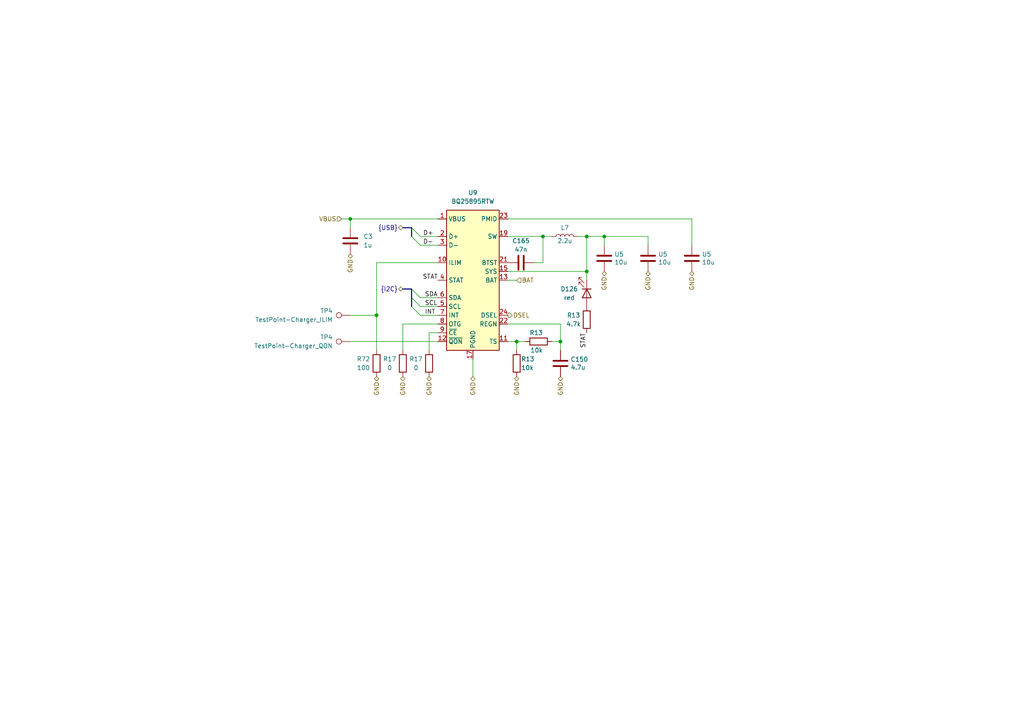
<source format=kicad_sch>
(kicad_sch (version 20230121) (generator eeschema)
  (paper "A4")
  (lib_symbols
    (symbol "Battery_Management:BQ25895RTW"
      (property "Reference" "U" (at -5.08 22.86 0))
      (property "Value" "BQ25895RTW" (at 5.08 22.86 0))
      (symbol "BQ25895RTW_0_1"
        (rectangle (start -7.62 20.32) (end 7.62 -20.32) (stroke (width 0.254)) (fill (type background)))
      )
      (symbol "BQ25895RTW_1_1"
        (pin power_in line (at -10.16 17.78 0) (length 2.54) (name "VBUS") (number "1"))
        (pin passive line (at -10.16 5.08 0) (length 2.54) (name "ILIM") (number "10"))
        (pin passive line (at 10.16 -17.78 180) (length 2.54) (name "TS") (number "11"))
        (pin input line (at -10.16 -17.78 0) (length 2.54) (name "~{QON}") (number "12"))
        (pin passive line (at 10.16 0 180) (length 2.54) (name "BAT") (number "13"))
        (pin passive line (at 10.16 0 180) (length 2.54) hide (name "BAT") (number "14"))
        (pin passive line (at 10.16 2.54 180) (length 2.54) (name "SYS") (number "15"))
        (pin passive line (at 10.16 2.54 180) (length 2.54) hide (name "SYS") (number "16"))
        (pin power_in line (at 0 -22.86 90) (length 2.54) (name "PGND") (number "17"))
        (pin passive line (at 0 -22.86 90) (length 2.54) hide (name "PGND") (number "18"))
        (pin power_out line (at 10.16 12.7 180) (length 2.54) (name "SW") (number "19"))
        (pin bidirectional line (at -10.16 12.7 0) (length 2.54) (name "D+") (number "2"))
        (pin passive line (at 10.16 12.7 180) (length 2.54) hide (name "SW") (number "20"))
        (pin passive line (at 10.16 5.08 180) (length 2.54) (name "BTST") (number "21"))
        (pin passive line (at 10.16 -12.7 180) (length 2.54) (name "REGN") (number "22"))
        (pin power_out line (at 10.16 17.78 180) (length 2.54) (name "PMID") (number "23"))
        (pin open_collector line (at 10.16 -10.16 180) (length 2.54) (name "DSEL") (number "24"))
        (pin passive line (at 0 -22.86 90) (length 2.54) hide (name "PGND") (number "25"))
        (pin bidirectional line (at -10.16 10.16 0) (length 2.54) (name "D-") (number "3"))
        (pin open_collector line (at -10.16 0 0) (length 2.54) (name "STAT") (number "4"))
        (pin input line (at -10.16 -7.62 0) (length 2.54) (name "SCL") (number "5"))
        (pin bidirectional line (at -10.16 -5.08 0) (length 2.54) (name "SDA") (number "6"))
        (pin open_collector line (at -10.16 -10.16 0) (length 2.54) (name "INT") (number "7"))
        (pin input line (at -10.16 -12.7 0) (length 2.54) (name "OTG") (number "8"))
        (pin input line (at -10.16 -15.24 0) (length 2.54) (name "~{CE}") (number "9"))
      )
    )
    (symbol "Connector:TestPoint" (pin_numbers hide) (pin_names (offset 0.762) hide)
      (property "Reference" "TP" (at 0 6.858 0))
      (property "Value" "TestPoint" (at 0 5.08 0))
      (symbol "TestPoint_0_1"
        (circle (center 0 3.302) (radius 0.762))
      )
      (symbol "TestPoint_1_1"
        (pin passive line (at 0 0 90) (length 2.54) (name "1") (number "1"))
      )
    )
    (symbol "Device:C" (pin_numbers hide) (pin_names (offset 0.254))
      (property "Reference" "C" (at 0.635 2.54 0))
      (property "Value" "C" (at 0.635 -2.54 0))
      (symbol "C_0_1"
        (polyline (pts (xy -2.032 -0.762) (xy 2.032 -0.762)) (stroke (width 0.508)))
        (polyline (pts (xy -2.032 0.762) (xy 2.032 0.762)) (stroke (width 0.508)))
      )
      (symbol "C_1_1"
        (pin passive line (at 0 3.81 270) (length 2.794) (name "~") (number "1"))
        (pin passive line (at 0 -3.81 90) (length 2.794) (name "~") (number "2"))
      )
    )
    (symbol "Device:L" (pin_numbers hide) (pin_names (offset 1.016) hide)
      (property "Reference" "L" (at -1.27 0 90))
      (property "Value" "L" (at 1.905 0 90))
      (symbol "L_0_1"
        (arc (start 0 -2.54) (mid 0.6323 -1.905) (end 0 -1.27))
        (arc (start 0 -1.27) (mid 0.6323 -0.635) (end 0 0))
        (arc (start 0 0) (mid 0.6323 0.635) (end 0 1.27))
        (arc (start 0 1.27) (mid 0.6323 1.905) (end 0 2.54))
      )
      (symbol "L_1_1"
        (pin passive line (at 0 3.81 270) (length 1.27) (name "1") (number "1"))
        (pin passive line (at 0 -3.81 90) (length 1.27) (name "2") (number "2"))
      )
    )
    (symbol "Device:LED" (pin_numbers hide) (pin_names (offset 1.016) hide)
      (property "Reference" "D" (at 0 2.54 0))
      (property "Value" "LED" (at 0 -2.54 0))
      (symbol "LED_0_1"
        (polyline (pts (xy -1.27 -1.27) (xy -1.27 1.27)) (stroke (width 0.254)))
        (polyline (pts (xy -1.27 0) (xy 1.27 0)))
        (polyline (pts (xy 1.27 -1.27) (xy 1.27 1.27) (xy -1.27 0) (xy 1.27 -1.27)) (stroke (width 0.254)))
        (polyline (pts (xy -3.048 -0.762) (xy -4.572 -2.286) (xy -3.81 -2.286) (xy -4.572 -2.286) (xy -4.572 -1.524)))
        (polyline (pts (xy -1.778 -0.762) (xy -3.302 -2.286) (xy -2.54 -2.286) (xy -3.302 -2.286) (xy -3.302 -1.524)))
      )
      (symbol "LED_1_1"
        (pin passive line (at -3.81 0 0) (length 2.54) (name "K") (number "1"))
        (pin passive line (at 3.81 0 180) (length 2.54) (name "A") (number "2"))
      )
    )
    (symbol "Device:R" (pin_numbers hide) (pin_names (offset 0))
      (property "Reference" "R" (at 2.032 0 90))
      (property "Value" "R" (at 0 0 90))
      (symbol "R_0_1"
        (rectangle (start -1.016 -2.54) (end 1.016 2.54) (stroke (width 0.254)))
      )
      (symbol "R_1_1"
        (pin passive line (at 0 3.81 270) (length 1.27) (name "~") (number "1"))
        (pin passive line (at 0 -3.81 90) (length 1.27) (name "~") (number "2"))
      )
    )
  )
  (junction (at 149.86 99.06))
  (junction (at 157.48 68.58))
  (junction (at 170.18 68.58))
  (junction (at 175.26 68.58))
  (junction (at 109.22 91.44))
  (junction (at 170.18 78.74))
  (junction (at 101.6 63.5))
  (junction (at 162.56 99.06))
  (bus_entry (at 119.38 86.36) (size 2.54 2.54))
  (bus_entry (at 119.38 83.82) (size 2.54 2.54))
  (bus_entry (at 121.92 68.58) (size -2.54 -2.54))
  (bus_entry (at 119.38 88.9) (size 2.54 2.54))
  (bus_entry (at 121.92 71.12) (size -2.54 -2.54))
  (wire (pts (xy 175.26 68.58) (xy 187.96 68.58)))
  (wire (pts (xy 99.06 63.5) (xy 101.6 63.5)))
  (wire (pts (xy 170.18 68.58) (xy 175.26 68.58)))
  (wire (pts (xy 101.6 63.5) (xy 101.6 66.04)))
  (wire (pts (xy 147.32 78.74) (xy 170.18 78.74)))
  (wire (pts (xy 121.92 86.36) (xy 127 86.36)))
  (wire (pts (xy 200.66 63.5) (xy 200.66 71.12)))
  (wire (pts (xy 147.32 68.58) (xy 157.48 68.58)))
  (wire (pts (xy 167.64 68.58) (xy 170.18 68.58)))
  (wire (pts (xy 149.86 99.06) (xy 152.4 99.06)))
  (bus (pts (xy 119.38 88.9) (xy 119.38 86.36)))
  (wire (pts (xy 137.16 109.22) (xy 137.16 104.14)))
  (wire (pts (xy 160.02 99.06) (xy 162.56 99.06)))
  (wire (pts (xy 101.6 99.06) (xy 127 99.06)))
  (wire (pts (xy 109.22 91.44) (xy 109.22 101.6)))
  (wire (pts (xy 157.48 68.58) (xy 160.02 68.58)))
  (wire (pts (xy 175.26 68.58) (xy 175.26 71.12)))
  (wire (pts (xy 101.6 63.5) (xy 127 63.5)))
  (wire (pts (xy 149.86 101.6) (xy 149.86 99.06)))
  (wire (pts (xy 200.66 63.5) (xy 147.32 63.5)))
  (wire (pts (xy 109.22 76.2) (xy 127 76.2)))
  (wire (pts (xy 157.48 76.2) (xy 157.48 68.58)))
  (wire (pts (xy 101.6 91.44) (xy 109.22 91.44)))
  (bus (pts (xy 116.84 83.82) (xy 119.38 83.82)))
  (wire (pts (xy 162.56 99.06) (xy 162.56 93.98)))
  (wire (pts (xy 162.56 101.6) (xy 162.56 99.06)))
  (wire (pts (xy 147.32 81.28) (xy 149.86 81.28)))
  (wire (pts (xy 154.94 76.2) (xy 157.48 76.2)))
  (wire (pts (xy 170.18 78.74) (xy 170.18 68.58)))
  (wire (pts (xy 170.18 78.74) (xy 170.18 81.28)))
  (wire (pts (xy 109.22 76.2) (xy 109.22 91.44)))
  (wire (pts (xy 116.84 93.98) (xy 127 93.98)))
  (wire (pts (xy 121.92 71.12) (xy 127 71.12)))
  (wire (pts (xy 121.92 91.44) (xy 127 91.44)))
  (wire (pts (xy 116.84 101.6) (xy 116.84 93.98)))
  (bus (pts (xy 119.38 66.04) (xy 116.84 66.04)))
  (wire (pts (xy 162.56 93.98) (xy 147.32 93.98)))
  (wire (pts (xy 124.46 96.52) (xy 127 96.52)))
  (wire (pts (xy 121.92 68.58) (xy 127 68.58)))
  (bus (pts (xy 119.38 86.36) (xy 119.38 83.82)))
  (wire (pts (xy 124.46 101.6) (xy 124.46 96.52)))
  (wire (pts (xy 149.86 99.06) (xy 147.32 99.06)))
  (wire (pts (xy 187.96 68.58) (xy 187.96 71.12)))
  (bus (pts (xy 119.38 68.58) (xy 119.38 66.04)))
  (wire (pts (xy 121.92 88.9) (xy 127 88.9)))
  (label "STAT" (at 127 81.28 180))
  (label "SCL" (at 123.19 88.9 0))
  (label "D+" (at 125.73 68.58 180))
  (label "INT" (at 123.19 91.44 0))
  (label "D-" (at 125.73 71.12 180))
  (label "SDA" (at 123.19 86.36 0))
  (label "STAT" (at 170.18 96.52 270))
  (hierarchical_label "VBUS" (shape input) (at 99.06 63.5 180))
  (hierarchical_label "DSEL" (shape output) (at 147.32 91.44 0))
  (hierarchical_label "BAT" (shape input) (at 149.86 81.28 0))
  (hierarchical_label "GND" (shape bidirectional) (at 109.22 109.22 270))
  (hierarchical_label "GND" (shape bidirectional) (at 187.96 78.74 270))
  (hierarchical_label "GND" (shape bidirectional) (at 101.6 73.66 270))
  (hierarchical_label "GND" (shape bidirectional) (at 162.56 109.22 270))
  (hierarchical_label "{I2C}" (shape bidirectional) (at 116.84 83.82 180))
  (hierarchical_label "{USB}" (shape bidirectional) (at 116.84 66.04 180))
  (hierarchical_label "GND" (shape bidirectional) (at 149.86 109.22 270))
  (hierarchical_label "GND" (shape bidirectional) (at 175.26 78.74 270))
  (hierarchical_label "GND" (shape bidirectional) (at 200.66 78.74 270))
  (hierarchical_label "GND" (shape bidirectional) (at 124.46 109.22 270))
  (hierarchical_label "GND" (shape bidirectional) (at 137.16 109.22 270))
  (hierarchical_label "GND" (shape bidirectional) (at 116.84 109.22 270))
  (symbol (lib_id "Device:C") (at 200.66 74.93 0) (unit 1)
    (property "Reference" "U5" (at 203.581 73.7616 0) (effects (justify left)))
    (property "Value" "10u" (at 203.581 76.073 0) (effects (justify left)))
    (property "Footprint" "Capacitor_SMD:C_0603_1608Metric" (effects hide))
    (property "LCSC" "C96446" (effects hide))
    (property "Basic/Extended" "B" (effects hide))
    (property "info" "25V, X5R" (effects hide))
    (instances (project "ZakladniElektronika" (path "" (reference "U5") (unit 1)) (path "" (reference "C147") (unit 1))) (project "RB3203" (path "" (reference "U?") (unit 1))))
  )
  (symbol (lib_id "Device:C") (at 151.13 76.2 270) (mirror x) (unit 1)
    (property "Reference" "C165" (at 151.13 69.85 90))
    (property "Value" "47n" (at 151.13 72.39 90))
    (property "Footprint" "Capacitor_SMD:C_0603_1608Metric" (effects hide))
    (property "Basic/Extended" "B" (effects hide))
    (property "LCSC" "C1622" (effects hide))
    (property "info" "50V, X7R" (effects hide))
  )
  (symbol (lib_id "Device:C") (at 162.56 105.41 0) (unit 1)
    (property "Reference" "C150" (at 165.481 104.2416 0) (effects (justify left)))
    (property "Value" "4.7u" (at 165.481 106.553 0) (effects (justify left)))
    (property "Footprint" "Capacitor_SMD:C_0603_1608Metric" (effects hide))
    (property "LCSC" "C19666" (effects hide))
    (property "Basic/Extended" "B" (effects hide))
    (property "info" "16V, X5R" (effects hide))
    (instances (project "ZakladniElektronika" (path "" (reference "C150") (unit 1)) (path "" (reference "C164") (unit 1))) (project "RB3203" (path "" (reference "U?") (unit 1))))
  )
  (symbol (lib_id "Device:C") (at 187.96 74.93 0) (unit 1)
    (property "Reference" "U5" (at 190.881 73.7616 0) (effects (justify left)))
    (property "Value" "10u" (at 190.881 76.073 0) (effects (justify left)))
    (property "Footprint" "Capacitor_SMD:C_0603_1608Metric" (effects hide))
    (property "LCSC" "C96446" (effects hide))
    (property "Basic/Extended" "B" (effects hide))
    (property "info" "25V, X5R" (effects hide))
    (instances (project "ZakladniElektronika" (path "" (reference "U5") (unit 1)) (path "" (reference "C146") (unit 1))) (project "RB3203" (path "" (reference "U?") (unit 1))))
  )
  (symbol (lib_id "Connector:TestPoint") (at 101.6 99.06 90) (unit 1)
    (property "Reference" "TP4" (at 96.52 97.79 90) (effects (justify left)))
    (property "Value" "TestPoint-Charger_QON" (at 96.52 100.33 90) (effects (justify left)))
    (property "Footprint" "Connector_Pin:Pin_D0.9mm_L10.0mm_W2.4mm_FlatFork" (effects hide))
    (property "JLCPCB_IGNORE" "ignore" (effects hide))
    (instances (project "ZakladniElektronika" (path "" (reference "TP4") (unit 1)) (path "" (reference "TP6") (unit 1))))
  )
  (symbol (lib_id "Device:R") (at 116.84 105.41 180) (unit 1)
    (property "Reference" "R17" (at 113.03 104.14 0))
    (property "Value" "0" (at 113.03 106.68 0))
    (property "Footprint" "Resistor_SMD:R_0805_2012Metric_Pad1.20x1.40mm_HandSolder" (effects hide))
    (property "LCSC" "C17477" (effects hide))
    (property "Basic/Extended" "B" (effects hide))
    (instances (project "ZakladniElektronika" (path "" (reference "R17") (unit 1)) (path "" (reference "R21") (unit 1))))
  )
  (symbol (lib_id "Device:R") (at 124.46 105.41 180) (unit 1)
    (property "Reference" "R17" (at 120.65 104.14 0))
    (property "Value" "0" (at 120.65 106.68 0))
    (property "Footprint" "Resistor_SMD:R_0805_2012Metric_Pad1.20x1.40mm_HandSolder" (effects hide))
    (property "LCSC" "C17477" (effects hide))
    (property "Basic/Extended" "B" (effects hide))
    (instances (project "ZakladniElektronika" (path "" (reference "R17") (unit 1)) (path "" (reference "R71") (unit 1))))
  )
  (symbol (lib_id "Device:C") (at 101.6 69.85 0) (unit 1)
    (property "Reference" "C3" (at 105.41 68.58 0) (effects (justify left)))
    (property "Value" "1u" (at 105.41 71.12 0) (effects (justify left)))
    (property "Footprint" "Capacitor_SMD:C_0402_1005Metric" (effects hide))
    (property "LCSC" "C1518208" (effects hide))
    (property "info" "50V, X5R (potenciálně C52923 což je 25V, X5R )" (effects hide))
    (property "Basic/Extended" "E" (effects hide))
    (property "JLCPCB_CORRECTION" "0;0;0" (effects hide))
    (instances (project "ZakladniElektronika" (path "" (reference "C3") (unit 1)) (path "" (reference "C166") (unit 1))))
  )
  (symbol (lib_id "Connector:TestPoint") (at 101.6 91.44 90) (unit 1)
    (property "Reference" "TP4" (at 96.52 90.17 90) (effects (justify left)))
    (property "Value" "TestPoint-Charger_ILIM" (at 96.52 92.71 90) (effects (justify left)))
    (property "Footprint" "Connector_Pin:Pin_D0.9mm_L10.0mm_W2.4mm_FlatFork" (effects hide))
    (property "JLCPCB_IGNORE" "ignore" (effects hide))
    (instances (project "ZakladniElektronika" (path "" (reference "TP4") (unit 1)) (path "" (reference "TP7") (unit 1))))
  )
  (symbol (lib_id "Device:R") (at 170.18 92.71 180) (unit 1)
    (property "Reference" "R13" (at 166.37 91.44 0))
    (property "Value" "4.7k" (at 166.37 93.98 0))
    (property "Footprint" "Resistor_SMD:R_0402_1005Metric" (effects hide))
    (property "LCSC" "C25900" (effects hide))
    (property "Basic/Extended" "B" (effects hide))
    (instances (project "ZakladniElektronika" (path "" (reference "R13") (unit 1)) (path "" (reference "R18") (unit 1))) (project "RB3203" (path "" (reference "R?") (unit 1))))
  )
  (symbol (lib_id "Device:R") (at 109.22 105.41 0) (unit 1)
    (property "Reference" "R72" (at 105.41 104.14 0))
    (property "Value" "100" (at 105.41 106.68 0))
    (property "Footprint" "Resistor_SMD:R_0402_1005Metric" (effects hide))
    (property "LCSC" "C25076" (effects hide))
    (property "Basic/Extended" "B" (effects hide))
  )
  (symbol (lib_id "Device:C") (at 175.26 74.93 0) (unit 1)
    (property "Reference" "U5" (at 178.181 73.7616 0) (effects (justify left)))
    (property "Value" "10u" (at 178.181 76.073 0) (effects (justify left)))
    (property "Footprint" "Capacitor_SMD:C_0603_1608Metric" (effects hide))
    (property "LCSC" "C96446" (effects hide))
    (property "Basic/Extended" "B" (effects hide))
    (property "info" "25V, X5R" (effects hide))
    (instances (project "ZakladniElektronika" (path "" (reference "U5") (unit 1)) (path "" (reference "C145") (unit 1))) (project "RB3203" (path "" (reference "U?") (unit 1))))
  )
  (symbol (lib_id "Device:R") (at 149.86 105.41 0) (unit 1)
    (property "Reference" "R13" (at 151.13 104.14 0) (effects (justify left)))
    (property "Value" "10k" (at 151.13 106.68 0) (effects (justify left)))
    (property "Footprint" "Resistor_SMD:R_0402_1005Metric" (effects hide))
    (property "LCSC" "C25744" (effects hide))
    (property "Basic/Extended" "B" (effects hide))
    (property "JLCPCB_CORRECTION" "0;0;0" (effects hide))
    (instances (project "ZakladniElektronika" (path "" (reference "R13") (unit 1)) (path "" (reference "R19") (unit 1))) (project "RB3203" (path "" (reference "R?") (unit 1))))
  )
  (symbol (lib_id "Device:LED") (at 170.18 85.09 270) (unit 1)
    (property "Reference" "D126" (at 165.1 83.82 90))
    (property "Value" "red" (at 165.1 86.36 90))
    (property "Footprint" "LED_SMD:LED_0603_1608Metric" (effects hide))
    (property "LCSC" "C2286" (effects hide))
    (property "Basic/Extended" "B" (effects hide))
    (instances (project "ZakladniElektronika" (path "" (reference "D126") (unit 1)) (path "" (reference "LED5") (unit 1))) (project "RB3203" (path "" (reference "D?") (unit 1))))
  )
  (symbol (lib_id "Device:L") (at 163.83 68.58 90) (unit 1)
    (property "Reference" "L7" (at 163.83 66.04 90))
    (property "Value" "2.2u" (at 163.83 69.85 90))
    (property "Footprint" "Inductor_SMD:L_Abracon_ASPI-0630LR" (effects hide))
    (property "LCSC" "C5307644" (effects hide))
    (property "Basic/Extended" "E" (effects hide))
  )
  (symbol (lib_id "Battery_Management:BQ25895RTW") (at 137.16 81.28 0) (unit 1)
    (property "Reference" "U9" (at 137.16 55.88 0))
    (property "Value" "BQ25895RTW" (at 137.16 58.42 0))
    (property "Footprint" "Package_DFN_QFN:Texas_S-PWQFN-N24_EP2.7x2.7mm_ThermalVias" (effects hide))
    (property "Datasheet" "http://www.ti.com/lit/ds/symlink/bq25895.pdf" (effects hide))
    (property "LCSC" "C80200" (effects hide))
    (property "Basic/Extended" "E" (effects hide))
  )
  (symbol (lib_id "Device:R") (at 156.21 99.06 90) (unit 1)
    (property "Reference" "R13" (at 157.48 96.52 90) (effects (justify left)))
    (property "Value" "10k" (at 157.48 101.6 90) (effects (justify left)))
    (property "Footprint" "Resistor_SMD:R_0402_1005Metric" (effects hide))
    (property "LCSC" "C25744" (effects hide))
    (property "Basic/Extended" "B" (effects hide))
    (property "JLCPCB_CORRECTION" "0;0;0" (effects hide))
    (instances (project "ZakladniElektronika" (path "" (reference "R13") (unit 1)) (path "" (reference "R20") (unit 1))) (project "RB3203" (path "" (reference "R?") (unit 1))))
  )
)
</source>
